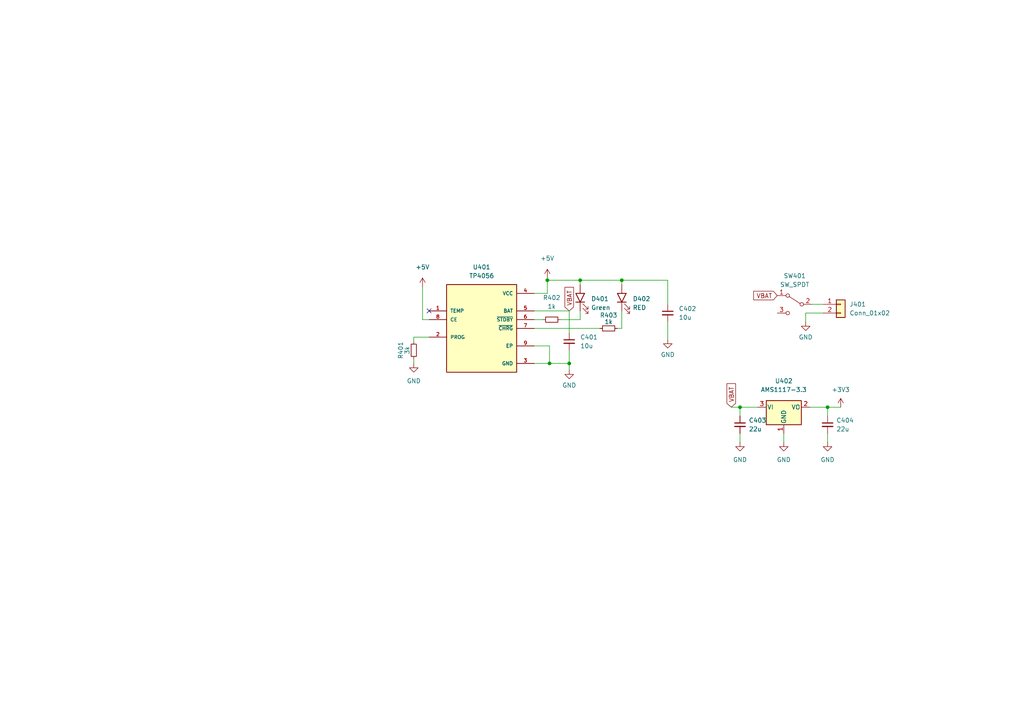
<source format=kicad_sch>
(kicad_sch (version 20211123) (generator eeschema)
  (paper "A4")
  (lib_symbols
    (symbol "Connector_Generic:Conn_01x02" (pin_names (offset 1.016) hide)
      (property "Reference" "J" (at 0 2.54 0))
      (property "Value" "Conn_01x02" (at 0 -5.08 0))
      (symbol "Conn_01x02_1_1"
        (rectangle (start -1.27 -2.413) (end 0 -2.667) (stroke (width 0.1524)))
        (rectangle (start -1.27 0.127) (end 0 -0.127) (stroke (width 0.1524)))
        (rectangle (start -1.27 1.27) (end 1.27 -3.81) (stroke (width 0.254)) (fill (type background)))
        (pin passive line (at -5.08 0 0) (length 3.81) (name "Pin_1") (number "1"))
        (pin passive line (at -5.08 -2.54 0) (length 3.81) (name "Pin_2") (number "2"))
      )
    )
    (symbol "Device:C_Small" (pin_numbers hide) (pin_names (offset 0.254) hide)
      (property "Reference" "C" (at 0.254 1.778 0))
      (property "Value" "C_Small" (at 0.254 -2.032 0))
      (symbol "C_Small_0_1"
        (polyline (pts (xy -1.524 -0.508) (xy 1.524 -0.508)) (stroke (width 0.3302)))
        (polyline (pts (xy -1.524 0.508) (xy 1.524 0.508)) (stroke (width 0.3048)))
      )
      (symbol "C_Small_1_1"
        (pin passive line (at 0 2.54 270) (length 2.032) (name "~") (number "1"))
        (pin passive line (at 0 -2.54 90) (length 2.032) (name "~") (number "2"))
      )
    )
    (symbol "Device:LED" (pin_numbers hide) (pin_names (offset 1.016) hide)
      (property "Reference" "D" (at 0 2.54 0))
      (property "Value" "LED" (at 0 -2.54 0))
      (symbol "LED_0_1"
        (polyline (pts (xy -1.27 -1.27) (xy -1.27 1.27)) (stroke (width 0.254)))
        (polyline (pts (xy 1.27 -1.27) (xy 1.27 1.27) (xy -1.27 0) (xy 1.27 -1.27)) (stroke (width 0.254)))
        (polyline (pts (xy -3.048 -0.762) (xy -4.572 -2.286) (xy -3.81 -2.286) (xy -4.572 -2.286) (xy -4.572 -1.524)))
        (polyline (pts (xy -1.778 -0.762) (xy -3.302 -2.286) (xy -2.54 -2.286) (xy -3.302 -2.286) (xy -3.302 -1.524)))
      )
      (symbol "LED_1_1"
        (pin passive line (at -3.81 0 0) (length 2.54) (name "K") (number "1"))
        (pin passive line (at 3.81 0 180) (length 2.54) (name "A") (number "2"))
      )
    )
    (symbol "Device:R_Small" (pin_numbers hide) (pin_names (offset 0.254) hide)
      (property "Reference" "R" (at 0.762 0.508 0))
      (property "Value" "R_Small" (at 0.762 -1.016 0))
      (symbol "R_Small_0_1"
        (rectangle (start -0.762 1.778) (end 0.762 -1.778) (stroke (width 0.2032)))
      )
      (symbol "R_Small_1_1"
        (pin passive line (at 0 2.54 270) (length 0.762) (name "~") (number "1"))
        (pin passive line (at 0 -2.54 90) (length 0.762) (name "~") (number "2"))
      )
    )
    (symbol "Regulator_Linear:AMS1117-3.3" (pin_names (offset 0.254))
      (property "Reference" "U" (at -3.81 3.175 0))
      (property "Value" "AMS1117-3.3" (at 0 3.175 0))
      (symbol "AMS1117-3.3_0_1"
        (rectangle (start -5.08 -5.08) (end 5.08 1.905) (stroke (width 0.254)) (fill (type background)))
      )
      (symbol "AMS1117-3.3_1_1"
        (pin power_in line (at 0 -7.62 90) (length 2.54) (name "GND") (number "1"))
        (pin power_out line (at 7.62 0 180) (length 2.54) (name "VO") (number "2"))
        (pin power_in line (at -7.62 0 0) (length 2.54) (name "VI") (number "3"))
      )
    )
    (symbol "Switch:SW_SPDT" (pin_names (offset 0) hide)
      (property "Reference" "SW" (at 0 4.318 0))
      (property "Value" "SW_SPDT" (at 0 -5.08 0))
      (symbol "SW_SPDT_0_0"
        (circle (center -2.032 0) (radius 0.508))
        (circle (center 2.032 -2.54) (radius 0.508))
      )
      (symbol "SW_SPDT_0_1"
        (polyline (pts (xy -1.524 0.254) (xy 1.651 2.286)))
        (circle (center 2.032 2.54) (radius 0.508))
      )
      (symbol "SW_SPDT_1_1"
        (pin passive line (at 5.08 2.54 180) (length 2.54) (name "A") (number "1"))
        (pin passive line (at -5.08 0 0) (length 2.54) (name "B") (number "2"))
        (pin passive line (at 5.08 -2.54 180) (length 2.54) (name "C") (number "3"))
      )
    )
    (symbol "Symbols:TP4056" (pin_names (offset 1.016))
      (property "Reference" "U" (at -10.16 13.208 0))
      (property "Value" "TP4056" (at -10.16 -15.24 0))
      (symbol "TP4056_0_0"
        (rectangle (start -10.16 -12.7) (end 10.16 12.7) (stroke (width 0.254)) (fill (type background)))
        (pin input line (at -15.24 5.08 0) (length 5.08) (name "TEMP") (number "1"))
        (pin bidirectional line (at -15.24 -2.54 0) (length 5.08) (name "PROG") (number "2"))
        (pin power_in line (at 15.24 -10.16 180) (length 5.08) (name "GND") (number "3"))
        (pin power_in line (at 15.24 10.16 180) (length 5.08) (name "VCC") (number "4"))
        (pin output line (at 15.24 5.08 180) (length 5.08) (name "BAT") (number "5"))
        (pin output line (at 15.24 2.54 180) (length 5.08) (name "~{STDBY}") (number "6"))
        (pin output line (at 15.24 0 180) (length 5.08) (name "~{CHRG}") (number "7"))
        (pin input line (at -15.24 2.54 0) (length 5.08) (name "CE") (number "8"))
        (pin passive line (at 15.24 -5.08 180) (length 5.08) (name "EP") (number "9"))
      )
    )
    (symbol "power:+3.3V" (power) (pin_names (offset 0))
      (property "Value" "+3.3V" (at 0 3.556 0))
      (symbol "+3.3V_0_1"
        (polyline (pts (xy -0.762 1.27) (xy 0 2.54)))
        (polyline (pts (xy 0 0) (xy 0 2.54)))
        (polyline (pts (xy 0 2.54) (xy 0.762 1.27)))
      )
      (symbol "+3.3V_1_1"
        (pin power_in line (at 0 0 90) (length 0) hide (name "+3V3") (number "1"))
      )
    )
    (symbol "power:+5V" (power) (pin_names (offset 0))
      (property "Value" "+5V" (at 0 3.556 0))
      (symbol "+5V_0_1"
        (polyline (pts (xy -0.762 1.27) (xy 0 2.54)))
        (polyline (pts (xy 0 0) (xy 0 2.54)))
        (polyline (pts (xy 0 2.54) (xy 0.762 1.27)))
      )
      (symbol "+5V_1_1"
        (pin power_in line (at 0 0 90) (length 0) hide (name "+5V") (number "1"))
      )
    )
    (symbol "power:GND" (power) (pin_names (offset 0))
      (property "Value" "GND" (at 0 -3.81 0))
      (symbol "GND_0_1"
        (polyline (pts (xy 0 0) (xy 0 -1.27) (xy 1.27 -1.27) (xy 0 -2.54) (xy -1.27 -1.27) (xy 0 -1.27)))
      )
      (symbol "GND_1_1"
        (pin power_in line (at 0 0 270) (length 0) hide (name "GND") (number "1"))
      )
    )
  )
  (junction (at 165.1 105.41))
  (junction (at 240.03 118.11))
  (junction (at 159.385 105.41))
  (junction (at 168.275 81.28))
  (junction (at 214.63 118.11))
  (junction (at 180.34 81.28))
  (junction (at 158.75 81.28))
  (no_connect (at 124.46 90.17))
  (wire (pts (xy 240.03 118.11) (xy 243.84 118.11)))
  (wire (pts (xy 154.94 105.41) (xy 159.385 105.41)))
  (wire (pts (xy 235.585 88.265) (xy 238.76 88.265)))
  (wire (pts (xy 120.015 105.41) (xy 120.015 104.14)))
  (wire (pts (xy 214.63 118.11) (xy 214.63 120.65)))
  (wire (pts (xy 240.03 118.11) (xy 240.03 120.65)))
  (wire (pts (xy 193.675 81.28) (xy 193.675 88.265)))
  (wire (pts (xy 180.34 81.28) (xy 180.34 82.55)))
  (wire (pts (xy 214.63 128.27) (xy 214.63 125.73)))
  (wire (pts (xy 238.76 90.805) (xy 233.68 90.805)))
  (wire (pts (xy 157.48 92.71) (xy 154.94 92.71)))
  (wire (pts (xy 159.385 100.33) (xy 159.385 105.41)))
  (wire (pts (xy 234.95 118.11) (xy 240.03 118.11)))
  (wire (pts (xy 180.34 90.17) (xy 180.34 95.25)))
  (wire (pts (xy 124.46 92.71) (xy 122.555 92.71)))
  (wire (pts (xy 193.675 98.425) (xy 193.675 93.345)))
  (wire (pts (xy 168.275 90.17) (xy 168.275 92.71)))
  (wire (pts (xy 124.46 97.79) (xy 120.015 97.79)))
  (wire (pts (xy 168.275 81.28) (xy 180.34 81.28)))
  (wire (pts (xy 165.1 90.17) (xy 165.1 96.52)))
  (wire (pts (xy 158.75 81.28) (xy 158.75 80.645)))
  (wire (pts (xy 168.275 81.28) (xy 168.275 82.55)))
  (wire (pts (xy 154.94 100.33) (xy 159.385 100.33)))
  (wire (pts (xy 240.03 125.73) (xy 240.03 128.27)))
  (wire (pts (xy 227.33 125.73) (xy 227.33 128.27)))
  (wire (pts (xy 212.09 118.11) (xy 214.63 118.11)))
  (wire (pts (xy 158.75 81.28) (xy 168.275 81.28)))
  (wire (pts (xy 173.99 95.25) (xy 154.94 95.25)))
  (wire (pts (xy 168.275 92.71) (xy 162.56 92.71)))
  (wire (pts (xy 165.1 101.6) (xy 165.1 105.41)))
  (wire (pts (xy 159.385 105.41) (xy 165.1 105.41)))
  (wire (pts (xy 180.34 95.25) (xy 179.07 95.25)))
  (wire (pts (xy 165.1 105.41) (xy 165.1 107.315)))
  (wire (pts (xy 120.015 97.79) (xy 120.015 99.06)))
  (wire (pts (xy 154.94 85.09) (xy 158.75 85.09)))
  (wire (pts (xy 122.555 83.185) (xy 122.555 92.71)))
  (wire (pts (xy 154.94 90.17) (xy 165.1 90.17)))
  (wire (pts (xy 233.68 90.805) (xy 233.68 93.345)))
  (wire (pts (xy 180.34 81.28) (xy 193.675 81.28)))
  (wire (pts (xy 158.75 85.09) (xy 158.75 81.28)))
  (wire (pts (xy 214.63 118.11) (xy 219.71 118.11)))
  (global_label "VBAT" (shape input) (at 165.1 90.17 90) (property "Intersheet References" "${INTERSHEET_REFS}" (effects hide)))
  (global_label "VBAT" (shape input) (at 212.09 118.11 90) (property "Intersheet References" "${INTERSHEET_REFS}" (effects hide)))
  (global_label "VBAT" (shape input) (at 225.425 85.725 180) (property "Intersheet References" "${INTERSHEET_REFS}" (effects hide)))
  (symbol (lib_id "Device:LED") (at 168.275 86.36 90) (unit 1)
    (property "Reference" "D401" (at 171.45 86.6774 90) (effects (justify right)))
    (property "Value" "Green" (at 171.45 89.2174 90) (effects (justify right)))
    (property "Footprint" "LED_SMD:LED_0402_1005Metric" (effects hide))
    (property "JLCPCB Part No" "C965797" (effects hide))
    (property "LCSC" "C965797" (effects hide))
  )
  (symbol (lib_id "Device:R_Small") (at 160.02 92.71 90) (unit 1)
    (property "Reference" "R402" (at 160.02 86.36 90))
    (property "Value" "1k" (at 160.02 88.9 90))
    (property "Footprint" "Resistor_SMD:R_0402_1005Metric" (effects hide))
    (property "JLCPCB Part No" "C2693046" (effects hide))
    (property "LCSC" "C2693046" (effects hide))
  )
  (symbol (lib_id "Symbols:TP4056") (at 139.7 95.25 0) (unit 1)
    (property "Reference" "U401" (at 139.7 77.47 0))
    (property "Value" "TP4056" (at 139.7 80.01 0))
    (property "Footprint" "Footprints:SOP127P600X175-9N" (effects hide))
    (property "MANUFACTURER" "NanJing Top Power ASIC Corp." (effects hide))
    (property "MAXIMUM_PACKAGE_HEIGHT" "1.75mm" (effects hide))
    (property "STANDARD" "IPC 7351B" (effects hide))
    (property "JLCPCB Part No" "C16581" (effects hide))
    (property "LCSC" "C16581" (effects hide))
  )
  (symbol (lib_id "power:GND") (at 165.1 107.315 0) (unit 1)
    (property "Reference" "#PWR0404" (effects hide))
    (property "Value" "GND" (at 165.1 111.76 0))
  )
  (symbol (lib_id "power:GND") (at 120.015 105.41 0) (unit 1)
    (property "Reference" "#PWR0401" (effects hide))
    (property "Value" "GND" (at 120.015 110.49 0))
  )
  (symbol (lib_id "power:GND") (at 214.63 128.27 0) (unit 1)
    (property "Reference" "#PWR0407" (effects hide))
    (property "Value" "GND" (at 214.63 133.35 0))
  )
  (symbol (lib_id "Device:R_Small") (at 120.015 101.6 180) (unit 1)
    (property "Reference" "R401" (at 116.205 101.6 90))
    (property "Value" "3k" (at 118.11 101.6 90))
    (property "Footprint" "Resistor_SMD:R_0805_2012Metric" (effects hide))
    (property "JLCPCB Part No" "C17661" (effects hide))
    (property "LCSC" "C17661" (effects hide))
  )
  (symbol (lib_id "Connector_Generic:Conn_01x02") (at 243.84 88.265 0) (unit 1)
    (property "Reference" "J401" (at 246.38 88.2649 0) (effects (justify left)))
    (property "Value" "Conn_01x02" (at 246.38 90.8049 0) (effects (justify left)))
    (property "Footprint" "Connector_JST:JST_PH_S2B-PH-K_1x02_P2.00mm_Horizontal" (effects hide))
    (property "JLCPCB Part No" "C173752" (effects hide))
    (property "LCSC" "C173752" (effects hide))
  )
  (symbol (lib_id "power:+3.3V") (at 243.84 118.11 0) (unit 1)
    (property "Reference" "#PWR0410" (effects hide))
    (property "Value" "+3.3V" (at 243.84 113.03 0))
  )
  (symbol (lib_id "Switch:SW_SPDT") (at 230.505 88.265 0) (mirror y) (unit 1)
    (property "Reference" "SW401" (at 230.505 80.01 0))
    (property "Value" "SW_SPDT" (at 230.505 82.55 0))
    (property "Footprint" "Button_Switch_THT:SW_Slide_1P2T_CK_OS102011MS2Q" (effects hide))
    (property "JLCPCB Part No" "C393937" (effects hide))
    (property "LCSC" "C393937" (effects hide))
  )
  (symbol (lib_id "power:GND") (at 240.03 128.27 0) (unit 1)
    (property "Reference" "#PWR0409" (effects hide))
    (property "Value" "GND" (at 240.03 133.35 0))
  )
  (symbol (lib_id "power:GND") (at 193.675 98.425 0) (unit 1)
    (property "Reference" "#PWR0405" (effects hide))
    (property "Value" "GND" (at 193.675 102.87 0))
  )
  (symbol (lib_id "Device:R_Small") (at 176.53 95.25 90) (unit 1)
    (property "Reference" "R403" (at 176.53 91.44 90))
    (property "Value" "1k" (at 176.53 93.345 90))
    (property "Footprint" "Resistor_SMD:R_0402_1005Metric" (effects hide))
    (property "JLCPCB Part No" "C2693046" (effects hide))
    (property "LCSC" "C2693046" (effects hide))
  )
  (symbol (lib_id "Device:C_Small") (at 165.1 99.06 0) (unit 1)
    (property "Reference" "C401" (at 168.275 97.7962 0) (effects (justify left)))
    (property "Value" "10u" (at 168.275 100.3362 0) (effects (justify left)))
    (property "Footprint" "Capacitor_Tantalum_SMD:CP_EIA-3216-10_Kemet-I" (effects hide))
    (property "JLCPCB Part No" "C7171" (effects hide))
    (property "LCSC" "C7171" (effects hide))
  )
  (symbol (lib_id "power:+5V") (at 158.75 80.645 0) (unit 1)
    (property "Reference" "#PWR0403" (effects hide))
    (property "Value" "+5V" (at 158.75 74.93 0))
  )
  (symbol (lib_id "Device:LED") (at 180.34 86.36 90) (unit 1)
    (property "Reference" "D402" (at 183.515 86.6774 90) (effects (justify right)))
    (property "Value" "RED" (at 183.515 89.2174 90) (effects (justify right)))
    (property "Footprint" "LED_SMD:LED_0402_1005Metric" (effects hide))
    (property "JLCPCB Part No" "C130719" (effects hide))
    (property "LCSC" "C130719" (effects hide))
  )
  (symbol (lib_id "power:GND") (at 227.33 128.27 0) (unit 1)
    (property "Reference" "#PWR0408" (effects hide))
    (property "Value" "GND" (at 227.33 133.35 0))
  )
  (symbol (lib_id "power:+5V") (at 122.555 83.185 0) (unit 1)
    (property "Reference" "#PWR0402" (effects hide))
    (property "Value" "+5V" (at 122.555 77.47 0))
  )
  (symbol (lib_id "Device:C_Small") (at 240.03 123.19 0) (unit 1)
    (property "Reference" "C404" (at 242.57 121.9262 0) (effects (justify left)))
    (property "Value" "22u" (at 242.57 124.4662 0) (effects (justify left)))
    (property "Footprint" "Capacitor_Tantalum_SMD:CP_EIA-3216-10_Kemet-I" (effects hide))
    (property "JLCPCB Part No" "C782264" (effects hide))
    (property "LCSC" "C782264" (effects hide))
  )
  (symbol (lib_id "Device:C_Small") (at 193.675 90.805 0) (unit 1)
    (property "Reference" "C402" (at 196.85 89.5412 0) (effects (justify left)))
    (property "Value" "10u" (at 196.85 92.0812 0) (effects (justify left)))
    (property "Footprint" "Capacitor_Tantalum_SMD:CP_EIA-3216-10_Kemet-I" (effects hide))
    (property "JLCPCB Part No" "C7171" (effects hide))
    (property "LCSC" "C7171" (effects hide))
  )
  (symbol (lib_id "power:GND") (at 233.68 93.345 0) (unit 1)
    (property "Reference" "#PWR0406" (effects hide))
    (property "Value" "GND" (at 233.68 97.79 0))
  )
  (symbol (lib_id "Regulator_Linear:AMS1117-3.3") (at 227.33 118.11 0) (unit 1)
    (property "Reference" "U402" (at 227.33 110.49 0))
    (property "Value" "AMS1117-3.3" (at 227.33 113.03 0))
    (property "Footprint" "Package_TO_SOT_SMD:SOT-223-3_TabPin2" (effects hide))
    (property "Datasheet" "http://www.advanced-monolithic.com/pdf/ds1117.pdf" (effects hide))
    (property "JLCPCB Part No" "C6186" (effects hide))
    (property "LCSC" "C6186" (effects hide))
  )
  (symbol (lib_id "Device:C_Small") (at 214.63 123.19 0) (unit 1)
    (property "Reference" "C403" (at 217.17 121.9262 0) (effects (justify left)))
    (property "Value" "22u" (at 217.17 124.4662 0) (effects (justify left)))
    (property "Footprint" "Capacitor_Tantalum_SMD:CP_EIA-3216-10_Kemet-I" (effects hide))
    (property "JLCPCB Part No" "C782264" (effects hide))
    (property "LCSC" "C782264" (effects hide))
  )
)
</source>
